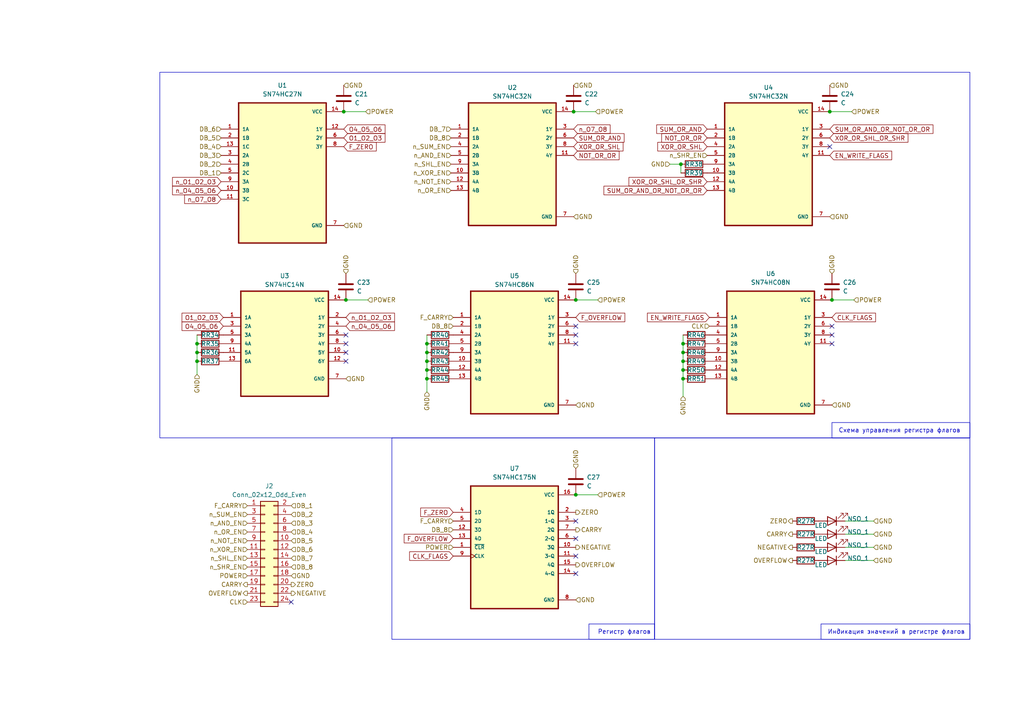
<source format=kicad_sch>
(kicad_sch (version 20230121) (generator eeschema)
  (paper "A4")
  (title_block (comment 1 "Схема электрическа принципиальная \\n Регист‏ра фалгов"))
  (lib_symbols
    (symbol "Connector_Generic:Conn_02x12_Odd_Even" (pin_names (offset 1.016) hide)
      (property "Reference" "J" (at 1.27 15.24 0))
      (property "Value" "Conn_02x12_Odd_Even" (at 1.27 -17.78 0))
      (symbol "Conn_02x12_Odd_Even_1_1"
        (rectangle (start -1.27 -15.113) (end 0 -15.367) (stroke (width 0.1524)))
        (rectangle (start -1.27 -12.573) (end 0 -12.827) (stroke (width 0.1524)))
        (rectangle (start -1.27 -10.033) (end 0 -10.287) (stroke (width 0.1524)))
        (rectangle (start -1.27 -7.493) (end 0 -7.747) (stroke (width 0.1524)))
        (rectangle (start -1.27 -4.953) (end 0 -5.207) (stroke (width 0.1524)))
        (rectangle (start -1.27 -2.413) (end 0 -2.667) (stroke (width 0.1524)))
        (rectangle (start -1.27 0.127) (end 0 -0.127) (stroke (width 0.1524)))
        (rectangle (start -1.27 2.667) (end 0 2.413) (stroke (width 0.1524)))
        (rectangle (start -1.27 5.207) (end 0 4.953) (stroke (width 0.1524)))
        (rectangle (start -1.27 7.747) (end 0 7.493) (stroke (width 0.1524)))
        (rectangle (start -1.27 10.287) (end 0 10.033) (stroke (width 0.1524)))
        (rectangle (start -1.27 12.827) (end 0 12.573) (stroke (width 0.1524)))
        (rectangle (start -1.27 13.97) (end 3.81 -16.51) (stroke (width 0.254)) (fill (type background)))
        (rectangle (start 3.81 -15.113) (end 2.54 -15.367) (stroke (width 0.1524)))
        (rectangle (start 3.81 -12.573) (end 2.54 -12.827) (stroke (width 0.1524)))
        (rectangle (start 3.81 -10.033) (end 2.54 -10.287) (stroke (width 0.1524)))
        (rectangle (start 3.81 -7.493) (end 2.54 -7.747) (stroke (width 0.1524)))
        (rectangle (start 3.81 -4.953) (end 2.54 -5.207) (stroke (width 0.1524)))
        (rectangle (start 3.81 -2.413) (end 2.54 -2.667) (stroke (width 0.1524)))
        (rectangle (start 3.81 0.127) (end 2.54 -0.127) (stroke (width 0.1524)))
        (rectangle (start 3.81 2.667) (end 2.54 2.413) (stroke (width 0.1524)))
        (rectangle (start 3.81 5.207) (end 2.54 4.953) (stroke (width 0.1524)))
        (rectangle (start 3.81 7.747) (end 2.54 7.493) (stroke (width 0.1524)))
        (rectangle (start 3.81 10.287) (end 2.54 10.033) (stroke (width 0.1524)))
        (rectangle (start 3.81 12.827) (end 2.54 12.573) (stroke (width 0.1524)))
        (pin passive line (at -5.08 12.7 0) (length 3.81) (name "Pin_1") (number "1"))
        (pin passive line (at 7.62 2.54 180) (length 3.81) (name "Pin_10") (number "10"))
        (pin passive line (at -5.08 0 0) (length 3.81) (name "Pin_11") (number "11"))
        (pin passive line (at 7.62 0 180) (length 3.81) (name "Pin_12") (number "12"))
        (pin passive line (at -5.08 -2.54 0) (length 3.81) (name "Pin_13") (number "13"))
        (pin passive line (at 7.62 -2.54 180) (length 3.81) (name "Pin_14") (number "14"))
        (pin passive line (at -5.08 -5.08 0) (length 3.81) (name "Pin_15") (number "15"))
        (pin passive line (at 7.62 -5.08 180) (length 3.81) (name "Pin_16") (number "16"))
        (pin passive line (at -5.08 -7.62 0) (length 3.81) (name "Pin_17") (number "17"))
        (pin passive line (at 7.62 -7.62 180) (length 3.81) (name "Pin_18") (number "18"))
        (pin passive line (at -5.08 -10.16 0) (length 3.81) (name "Pin_19") (number "19"))
        (pin passive line (at 7.62 12.7 180) (length 3.81) (name "Pin_2") (number "2"))
        (pin passive line (at 7.62 -10.16 180) (length 3.81) (name "Pin_20") (number "20"))
        (pin passive line (at -5.08 -12.7 0) (length 3.81) (name "Pin_21") (number "21"))
        (pin passive line (at 7.62 -12.7 180) (length 3.81) (name "Pin_22") (number "22"))
        (pin passive line (at -5.08 -15.24 0) (length 3.81) (name "Pin_23") (number "23"))
        (pin passive line (at 7.62 -15.24 180) (length 3.81) (name "Pin_24") (number "24"))
        (pin passive line (at -5.08 10.16 0) (length 3.81) (name "Pin_3") (number "3"))
        (pin passive line (at 7.62 10.16 180) (length 3.81) (name "Pin_4") (number "4"))
        (pin passive line (at -5.08 7.62 0) (length 3.81) (name "Pin_5") (number "5"))
        (pin passive line (at 7.62 7.62 180) (length 3.81) (name "Pin_6") (number "6"))
        (pin passive line (at -5.08 5.08 0) (length 3.81) (name "Pin_7") (number "7"))
        (pin passive line (at 7.62 5.08 180) (length 3.81) (name "Pin_8") (number "8"))
        (pin passive line (at -5.08 2.54 0) (length 3.81) (name "Pin_9") (number "9"))
      )
    )
    (symbol "Device:C" (pin_numbers hide) (pin_names (offset 0.254))
      (property "Reference" "C" (at 0.635 2.54 0))
      (property "Value" "C" (at 0.635 -2.54 0))
      (symbol "C_0_1"
        (polyline (pts (xy -2.032 -0.762) (xy 2.032 -0.762)) (stroke (width 0.508)))
        (polyline (pts (xy -2.032 0.762) (xy 2.032 0.762)) (stroke (width 0.508)))
      )
      (symbol "C_1_1"
        (pin passive line (at 0 3.81 270) (length 2.794) (name "~") (number "1"))
        (pin passive line (at 0 -3.81 90) (length 2.794) (name "~") (number "2"))
      )
    )
    (symbol "Device:LED" (pin_numbers hide) (pin_names (offset 1.016) hide)
      (property "Reference" "D" (at 0 2.54 0))
      (property "Value" "LED" (at 0 -2.54 0))
      (symbol "LED_0_1"
        (polyline (pts (xy -1.27 -1.27) (xy -1.27 1.27)) (stroke (width 0.254)))
        (polyline (pts (xy -1.27 0) (xy 1.27 0)))
        (polyline (pts (xy 1.27 -1.27) (xy 1.27 1.27) (xy -1.27 0) (xy 1.27 -1.27)) (stroke (width 0.254)))
        (polyline (pts (xy -3.048 -0.762) (xy -4.572 -2.286) (xy -3.81 -2.286) (xy -4.572 -2.286) (xy -4.572 -1.524)))
        (polyline (pts (xy -1.778 -0.762) (xy -3.302 -2.286) (xy -2.54 -2.286) (xy -3.302 -2.286) (xy -3.302 -1.524)))
      )
      (symbol "LED_1_1"
        (pin passive line (at -3.81 0 0) (length 2.54) (name "K") (number "1"))
        (pin passive line (at 3.81 0 180) (length 2.54) (name "A") (number "2"))
      )
    )
    (symbol "Device:R" (pin_numbers hide) (pin_names (offset 0))
      (property "Reference" "R" (at 2.032 0 90))
      (property "Value" "R" (at 0 0 90))
      (symbol "R_0_1"
        (rectangle (start -1.016 -2.54) (end 1.016 2.54) (stroke (width 0.254)))
      )
      (symbol "R_1_1"
        (pin passive line (at 0 3.81 270) (length 1.27) (name "~") (number "1"))
        (pin passive line (at 0 -3.81 90) (length 1.27) (name "~") (number "2"))
      )
    )
    (symbol "SN74HC08N:SN74HC08N" (pin_names (offset 1.016))
      (property "Reference" "U" (at -12.7 18.78 0))
      (property "Value" "SN74HC08N" (at -12.7 -21.78 0))
      (symbol "SN74HC08N_0_0"
        (rectangle (start -12.7 -17.78) (end 12.7 17.78) (stroke (width 0.41)) (fill (type background)))
        (pin input line (at -17.78 10.16 0) (length 5.08) (name "1A") (number "1"))
        (pin input line (at -17.78 -2.54 0) (length 5.08) (name "3B") (number "10"))
        (pin output line (at 17.78 2.54 180) (length 5.08) (name "4Y") (number "11"))
        (pin input line (at -17.78 -5.08 0) (length 5.08) (name "4A") (number "12"))
        (pin input line (at -17.78 -7.62 0) (length 5.08) (name "4B") (number "13"))
        (pin power_in line (at 17.78 15.24 180) (length 5.08) (name "VCC") (number "14"))
        (pin input line (at -17.78 7.62 0) (length 5.08) (name "1B") (number "2"))
        (pin output line (at 17.78 10.16 180) (length 5.08) (name "1Y") (number "3"))
        (pin input line (at -17.78 5.08 0) (length 5.08) (name "2A") (number "4"))
        (pin input line (at -17.78 2.54 0) (length 5.08) (name "2B") (number "5"))
        (pin output line (at 17.78 7.62 180) (length 5.08) (name "2Y") (number "6"))
        (pin power_in line (at 17.78 -15.24 180) (length 5.08) (name "GND") (number "7"))
        (pin output line (at 17.78 5.08 180) (length 5.08) (name "3Y") (number "8"))
        (pin input line (at -17.78 0 0) (length 5.08) (name "3A") (number "9"))
      )
    )
    (symbol "SN74HC14N:SN74HC14N" (pin_names (offset 1.016))
      (property "Reference" "U" (at -12.7 16.24 0))
      (property "Value" "SN74HC14N" (at -12.7 -19.24 0))
      (symbol "SN74HC14N_0_0"
        (rectangle (start -12.7 -15.24) (end 12.7 15.24) (stroke (width 0.41)) (fill (type background)))
        (pin input line (at -17.78 7.62 0) (length 5.08) (name "1A") (number "1"))
        (pin output line (at 17.78 -2.54 180) (length 5.08) (name "5Y") (number "10"))
        (pin input line (at -17.78 -2.54 0) (length 5.08) (name "5A") (number "11"))
        (pin output line (at 17.78 -5.08 180) (length 5.08) (name "6Y") (number "12"))
        (pin input line (at -17.78 -5.08 0) (length 5.08) (name "6A") (number "13"))
        (pin power_in line (at 17.78 12.7 180) (length 5.08) (name "VCC") (number "14"))
        (pin output line (at 17.78 7.62 180) (length 5.08) (name "1Y") (number "2"))
        (pin input line (at -17.78 5.08 0) (length 5.08) (name "2A") (number "3"))
        (pin output line (at 17.78 5.08 180) (length 5.08) (name "2Y") (number "4"))
        (pin input line (at -17.78 2.54 0) (length 5.08) (name "3A") (number "5"))
        (pin output line (at 17.78 2.54 180) (length 5.08) (name "3Y") (number "6"))
        (pin power_in line (at 17.78 -10.16 180) (length 5.08) (name "GND") (number "7"))
        (pin output line (at 17.78 0 180) (length 5.08) (name "4Y") (number "8"))
        (pin input line (at -17.78 0 0) (length 5.08) (name "4A") (number "9"))
      )
    )
    (symbol "SN74HC175N:SN74HC175N" (pin_names (offset 1.016))
      (property "Reference" "U" (at -12.7 18.78 0))
      (property "Value" "SN74HC175N" (at -12.7 -21.78 0))
      (symbol "SN74HC175N_0_0"
        (rectangle (start -12.7 -17.78) (end 12.7 17.78) (stroke (width 0.41)) (fill (type background)))
        (pin input line (at -17.78 0 0) (length 5.08) (name "~{CLR}") (number "1"))
        (pin output line (at 17.78 0 180) (length 5.08) (name "3Q") (number "10"))
        (pin output line (at 17.78 -2.54 180) (length 5.08) (name "3~Q") (number "11"))
        (pin input line (at -17.78 5.08 0) (length 5.08) (name "3D") (number "12"))
        (pin input line (at -17.78 2.54 0) (length 5.08) (name "4D") (number "13"))
        (pin output line (at 17.78 -7.62 180) (length 5.08) (name "4~Q") (number "14"))
        (pin output line (at 17.78 -5.08 180) (length 5.08) (name "4Q") (number "15"))
        (pin power_in line (at 17.78 15.24 180) (length 5.08) (name "VCC") (number "16"))
        (pin output line (at 17.78 10.16 180) (length 5.08) (name "1Q") (number "2"))
        (pin output line (at 17.78 7.62 180) (length 5.08) (name "1~Q") (number "3"))
        (pin input line (at -17.78 10.16 0) (length 5.08) (name "1D") (number "4"))
        (pin input line (at -17.78 7.62 0) (length 5.08) (name "2D") (number "5"))
        (pin output line (at 17.78 2.54 180) (length 5.08) (name "2~Q") (number "6"))
        (pin output line (at 17.78 5.08 180) (length 5.08) (name "2Q") (number "7"))
        (pin power_in line (at 17.78 -15.24 180) (length 5.08) (name "GND") (number "8"))
        (pin input clock (at -17.78 -2.54 0) (length 5.08) (name "CLK") (number "9"))
      )
    )
    (symbol "SN74HC27N:SN74HC27N" (pin_names (offset 1.016))
      (property "Reference" "U" (at -12.7 21.32 0))
      (property "Value" "SN74HC27N" (at -12.7 -24.32 0))
      (symbol "SN74HC27N_0_0"
        (rectangle (start -12.7 -20.32) (end 12.7 20.32) (stroke (width 0.41)) (fill (type background)))
        (pin input line (at -17.78 12.7 0) (length 5.08) (name "1A") (number "1"))
        (pin input line (at -17.78 -5.08 0) (length 5.08) (name "3B") (number "10"))
        (pin input line (at -17.78 -7.62 0) (length 5.08) (name "3C") (number "11"))
        (pin output line (at 17.78 12.7 180) (length 5.08) (name "1Y") (number "12"))
        (pin input line (at -17.78 7.62 0) (length 5.08) (name "1C") (number "13"))
        (pin power_in line (at 17.78 17.78 180) (length 5.08) (name "VCC") (number "14"))
        (pin input line (at -17.78 10.16 0) (length 5.08) (name "1B") (number "2"))
        (pin input line (at -17.78 5.08 0) (length 5.08) (name "2A") (number "3"))
        (pin input line (at -17.78 2.54 0) (length 5.08) (name "2B") (number "4"))
        (pin input line (at -17.78 0 0) (length 5.08) (name "2C") (number "5"))
        (pin output line (at 17.78 10.16 180) (length 5.08) (name "2Y") (number "6"))
        (pin power_in line (at 17.78 -15.24 180) (length 5.08) (name "GND") (number "7"))
        (pin output line (at 17.78 7.62 180) (length 5.08) (name "3Y") (number "8"))
        (pin input line (at -17.78 -2.54 0) (length 5.08) (name "3A") (number "9"))
      )
    )
    (symbol "SN74HC32N:SN74HC32N" (pin_names (offset 1.016))
      (property "Reference" "U" (at -12.7 18.78 0))
      (property "Value" "SN74HC32N" (at -12.7 -21.78 0))
      (symbol "SN74HC32N_0_0"
        (rectangle (start -12.7 -17.78) (end 12.7 17.78) (stroke (width 0.41)) (fill (type background)))
        (pin input line (at -17.78 10.16 0) (length 5.08) (name "1A") (number "1"))
        (pin input line (at -17.78 -2.54 0) (length 5.08) (name "3B") (number "10"))
        (pin output line (at 17.78 2.54 180) (length 5.08) (name "4Y") (number "11"))
        (pin input line (at -17.78 -5.08 0) (length 5.08) (name "4A") (number "12"))
        (pin input line (at -17.78 -7.62 0) (length 5.08) (name "4B") (number "13"))
        (pin power_in line (at 17.78 15.24 180) (length 5.08) (name "VCC") (number "14"))
        (pin input line (at -17.78 7.62 0) (length 5.08) (name "1B") (number "2"))
        (pin output line (at 17.78 10.16 180) (length 5.08) (name "1Y") (number "3"))
        (pin input line (at -17.78 5.08 0) (length 5.08) (name "2A") (number "4"))
        (pin input line (at -17.78 2.54 0) (length 5.08) (name "2B") (number "5"))
        (pin output line (at 17.78 7.62 180) (length 5.08) (name "2Y") (number "6"))
        (pin power_in line (at 17.78 -15.24 180) (length 5.08) (name "GND") (number "7"))
        (pin output line (at 17.78 5.08 180) (length 5.08) (name "3Y") (number "8"))
        (pin input line (at -17.78 0 0) (length 5.08) (name "3A") (number "9"))
      )
    )
    (symbol "SN74HC86N:SN74HC86N" (pin_names (offset 1.016))
      (property "Reference" "U" (at -12.7 18.78 0))
      (property "Value" "SN74HC86N" (at -12.7 -21.78 0))
      (symbol "SN74HC86N_0_0"
        (rectangle (start -12.7 -17.78) (end 12.7 17.78) (stroke (width 0.41)) (fill (type background)))
        (pin input line (at -17.78 10.16 0) (length 5.08) (name "1A") (number "1"))
        (pin input line (at -17.78 -2.54 0) (length 5.08) (name "3B") (number "10"))
        (pin output line (at 17.78 2.54 180) (length 5.08) (name "4Y") (number "11"))
        (pin input line (at -17.78 -5.08 0) (length 5.08) (name "4A") (number "12"))
        (pin input line (at -17.78 -7.62 0) (length 5.08) (name "4B") (number "13"))
        (pin power_in line (at 17.78 15.24 180) (length 5.08) (name "VCC") (number "14"))
        (pin input line (at -17.78 7.62 0) (length 5.08) (name "1B") (number "2"))
        (pin output line (at 17.78 10.16 180) (length 5.08) (name "1Y") (number "3"))
        (pin input line (at -17.78 5.08 0) (length 5.08) (name "2A") (number "4"))
        (pin input line (at -17.78 2.54 0) (length 5.08) (name "2B") (number "5"))
        (pin output line (at 17.78 7.62 180) (length 5.08) (name "2Y") (number "6"))
        (pin power_in line (at 17.78 -15.24 180) (length 5.08) (name "GND") (number "7"))
        (pin output line (at 17.78 5.08 180) (length 5.08) (name "3Y") (number "8"))
        (pin input line (at -17.78 0 0) (length 5.08) (name "3A") (number "9"))
      )
    )
  )
  (junction (at 198.12 104.775))
  (junction (at 57.15 104.775))
  (junction (at 57.15 102.235))
  (junction (at 99.695 32.385))
  (junction (at 198.12 102.235))
  (junction (at 198.12 107.315))
  (junction (at 167.005 143.51))
  (junction (at 198.12 109.855))
  (junction (at 167.005 86.995))
  (junction (at 198.12 99.695))
  (junction (at 57.15 99.695))
  (junction (at 123.825 102.235))
  (junction (at 166.37 32.385))
  (junction (at 241.3 86.995))
  (junction (at 197.485 47.625))
  (junction (at 240.665 32.385))
  (junction (at 100.33 86.995))
  (junction (at 123.825 109.855))
  (junction (at 123.825 104.775))
  (junction (at 123.825 107.315))
  (junction (at 123.825 99.695))
  (no_connect (at 240.665 42.545))
  (no_connect (at 167.005 99.695))
  (no_connect (at 167.005 94.615))
  (no_connect (at 167.005 156.21))
  (no_connect (at 167.005 97.155))
  (no_connect (at 241.3 97.155))
  (no_connect (at 100.33 99.695))
  (no_connect (at 100.33 102.235))
  (no_connect (at 167.005 151.13))
  (no_connect (at 241.3 94.615))
  (no_connect (at 167.005 166.37))
  (no_connect (at 241.3 99.695))
  (no_connect (at 100.33 104.775))
  (no_connect (at 167.005 161.29))
  (no_connect (at 84.455 174.625))
  (no_connect (at 100.33 97.155))
  (wire (pts (xy 198.12 107.315) (xy 198.12 109.855)))
  (wire (pts (xy 245.11 154.94) (xy 253.365 154.94)))
  (wire (pts (xy 57.15 104.775) (xy 57.15 108.585)))
  (wire (pts (xy 198.12 109.855) (xy 198.12 114.935)))
  (wire (pts (xy 99.695 32.385) (xy 106.045 32.385)))
  (wire (pts (xy 167.005 86.995) (xy 173.355 86.995)))
  (wire (pts (xy 198.12 102.235) (xy 198.12 104.775)))
  (wire (pts (xy 123.825 99.695) (xy 123.825 102.235)))
  (wire (pts (xy 57.15 102.235) (xy 57.15 104.775)))
  (wire (pts (xy 123.825 102.235) (xy 123.825 104.775)))
  (wire (pts (xy 245.11 158.75) (xy 253.365 158.75)))
  (wire (pts (xy 194.31 47.625) (xy 197.485 47.625)))
  (wire (pts (xy 198.12 104.775) (xy 198.12 107.315)))
  (wire (pts (xy 123.825 107.315) (xy 123.825 109.855)))
  (wire (pts (xy 245.11 162.56) (xy 253.365 162.56)))
  (wire (pts (xy 123.825 104.775) (xy 123.825 107.315)))
  (wire (pts (xy 166.37 32.385) (xy 172.72 32.385)))
  (wire (pts (xy 100.33 86.995) (xy 106.68 86.995)))
  (wire (pts (xy 197.485 47.625) (xy 197.485 50.165)))
  (wire (pts (xy 245.11 151.13) (xy 253.365 151.13)))
  (wire (pts (xy 57.15 97.155) (xy 57.15 99.695)))
  (wire (pts (xy 57.15 99.695) (xy 57.15 102.235)))
  (wire (pts (xy 240.665 32.385) (xy 247.015 32.385)))
  (wire (pts (xy 123.825 109.855) (xy 123.825 113.665)))
  (wire (pts (xy 123.825 97.155) (xy 123.825 99.695)))
  (wire (pts (xy 198.12 99.695) (xy 198.12 102.235)))
  (wire (pts (xy 167.005 143.51) (xy 173.355 143.51)))
  (wire (pts (xy 241.3 86.995) (xy 247.65 86.995)))
  (wire (pts (xy 198.12 97.155) (xy 198.12 99.695)))
  (rectangle (start 113.665 127) (end 189.865 185.42))
  (rectangle (start 170.815 180.975) (end 189.865 185.42))
  (rectangle (start 241.3 122.555) (end 281.305 127))
  (rectangle (start 46.355 20.955) (end 281.305 127))
  (rectangle (start 238.125 180.975) (end 281.305 185.42))
  (rectangle (start 189.865 127) (end 281.305 185.42))
  (text "Схема управления регистра флагов" (at 243.205 125.73 0) (effects (font (size 1.27 1.27)) (justify left bottom)))
  (text "Регистр флагов\n" (at 173.355 184.15 0) (effects (font (size 1.27 1.27)) (justify left bottom)))
  (text "Индикация значений в регистре флагов\n" (at 240.03 184.15 0) (effects (font (size 1.27 1.27)) (justify left bottom)))
  (global_label "F_ZERO" (shape input) (at 99.695 42.545 0) (property "Intersheetrefs" "${INTERSHEET_REFS}" (effects hide)))
  (global_label "NOT_OR_OR" (shape input) (at 166.37 45.085 0) (property "Intersheetrefs" "${INTERSHEET_REFS}" (effects hide)))
  (global_label "EN_WRITE_FLAGS" (shape input) (at 240.665 45.085 0) (property "Intersheetrefs" "${INTERSHEET_REFS}" (effects hide)))
  (global_label "F_ZERO" (shape input) (at 131.445 148.59 180) (property "Intersheetrefs" "${INTERSHEET_REFS}" (effects hide)))
  (global_label "O1_O2_O3" (shape input) (at 99.695 40.005 0) (property "Intersheetrefs" "${INTERSHEET_REFS}" (effects hide)))
  (global_label "O4_O5_O6" (shape input) (at 64.77 94.615 180) (property "Intersheetrefs" "${INTERSHEET_REFS}" (effects hide)))
  (global_label "n_O4_O5_O6" (shape input) (at 64.135 55.245 180) (property "Intersheetrefs" "${INTERSHEET_REFS}" (effects hide)))
  (global_label "CLK_FLAGS" (shape input) (at 131.445 161.29 180) (property "Intersheetrefs" "${INTERSHEET_REFS}" (effects hide)))
  (global_label "n_O1_O2_O3" (shape input) (at 100.33 92.075 0) (property "Intersheetrefs" "${INTERSHEET_REFS}" (effects hide)))
  (global_label "n_O7_O8" (shape input) (at 166.37 37.465 0) (property "Intersheetrefs" "${INTERSHEET_REFS}" (effects hide)))
  (global_label "CLK_FLAGS" (shape input) (at 241.3 92.075 0) (property "Intersheetrefs" "${INTERSHEET_REFS}" (effects hide)))
  (global_label "NOT_OR_OR" (shape input) (at 205.105 40.005 180) (property "Intersheetrefs" "${INTERSHEET_REFS}" (effects hide)))
  (global_label "XOR_OR_SHL_OR_SHR" (shape input) (at 205.105 52.705 180) (property "Intersheetrefs" "${INTERSHEET_REFS}" (effects hide)))
  (global_label "SUM_OR_AND_OR_NOT_OR_OR" (shape input) (at 240.665 37.465 0) (property "Intersheetrefs" "${INTERSHEET_REFS}" (effects hide)))
  (global_label "n_O1_O2_O3" (shape input) (at 64.135 52.705 180) (property "Intersheetrefs" "${INTERSHEET_REFS}" (effects hide)))
  (global_label "O1_O2_O3" (shape input) (at 64.77 92.075 180) (property "Intersheetrefs" "${INTERSHEET_REFS}" (effects hide)))
  (global_label "O4_O5_O6" (shape input) (at 99.695 37.465 0) (property "Intersheetrefs" "${INTERSHEET_REFS}" (effects hide)))
  (global_label "SUM_OR_AND_OR_NOT_OR_OR" (shape input) (at 205.105 55.245 180) (property "Intersheetrefs" "${INTERSHEET_REFS}" (effects hide)))
  (global_label "n_O7_O8" (shape input) (at 64.135 57.785 180) (property "Intersheetrefs" "${INTERSHEET_REFS}" (effects hide)))
  (global_label "EN_WRITE_FLAGS" (shape input) (at 205.74 92.075 180) (property "Intersheetrefs" "${INTERSHEET_REFS}" (effects hide)))
  (global_label "SUM_OR_AND" (shape input) (at 205.105 37.465 180) (property "Intersheetrefs" "${INTERSHEET_REFS}" (effects hide)))
  (global_label "XOR_OR_SHL" (shape input) (at 205.105 42.545 180) (property "Intersheetrefs" "${INTERSHEET_REFS}" (effects hide)))
  (global_label "F_OVERFLOW" (shape input) (at 131.445 156.21 180) (property "Intersheetrefs" "${INTERSHEET_REFS}" (effects hide)))
  (global_label "n_O4_O5_O6" (shape input) (at 100.33 94.615 0) (property "Intersheetrefs" "${INTERSHEET_REFS}" (effects hide)))
  (global_label "SUM_OR_AND" (shape input) (at 166.37 40.005 0) (property "Intersheetrefs" "${INTERSHEET_REFS}" (effects hide)))
  (global_label "XOR_OR_SHL" (shape input) (at 166.37 42.545 0) (property "Intersheetrefs" "${INTERSHEET_REFS}" (effects hide)))
  (global_label "XOR_OR_SHL_OR_SHR" (shape input) (at 240.665 40.005 0) (property "Intersheetrefs" "${INTERSHEET_REFS}" (effects hide)))
  (global_label "F_OVERFLOW" (shape input) (at 167.005 92.075 0) (property "Intersheetrefs" "${INTERSHEET_REFS}" (effects hide)))
  (hierarchical_label "F_CARRY" (shape input) (at 71.755 146.685 180))
  (hierarchical_label "DB_5" (shape input) (at 64.135 40.005 180))
  (hierarchical_label "GND" (shape input) (at 240.665 24.765 0))
  (hierarchical_label "n_XOR_EN" (shape input) (at 130.81 50.165 180))
  (hierarchical_label "GND" (shape input) (at 253.365 151.13 0))
  (hierarchical_label "GND" (shape input) (at 123.825 113.665 270))
  (hierarchical_label "CLK" (shape input) (at 71.755 174.625 180))
  (hierarchical_label "n_NOT_EN" (shape input) (at 130.81 52.705 180))
  (hierarchical_label "n_SHR_EN" (shape input) (at 71.755 164.465 180))
  (hierarchical_label "GND" (shape input) (at 253.365 158.75 0))
  (hierarchical_label "GND" (shape input) (at 84.455 167.005 0))
  (hierarchical_label "GND" (shape input) (at 167.005 117.475 0))
  (hierarchical_label "GND" (shape input) (at 240.665 62.865 0))
  (hierarchical_label "DB_6" (shape input) (at 84.455 159.385 0))
  (hierarchical_label "DB_4" (shape input) (at 84.455 154.305 0))
  (hierarchical_label "POWER" (shape input) (at 172.72 32.385 0))
  (hierarchical_label "n_OR_EN" (shape input) (at 71.755 154.305 180))
  (hierarchical_label "n_OR_EN" (shape input) (at 130.81 55.245 180))
  (hierarchical_label "NEGATIVE" (shape output) (at 229.87 158.75 180))
  (hierarchical_label "CARRY" (shape output) (at 71.755 169.545 180))
  (hierarchical_label "DB_4" (shape input) (at 64.135 42.545 180))
  (hierarchical_label "GND" (shape input) (at 166.37 62.865 0))
  (hierarchical_label "POWER" (shape input) (at 131.445 158.75 180))
  (hierarchical_label "POWER" (shape input) (at 173.355 143.51 0))
  (hierarchical_label "GND" (shape input) (at 57.15 108.585 270))
  (hierarchical_label "F_CARRY" (shape input) (at 131.445 92.075 180))
  (hierarchical_label "GND" (shape input) (at 253.365 162.56 0))
  (hierarchical_label "DB_3" (shape input) (at 64.135 45.085 180))
  (hierarchical_label "GND" (shape input) (at 194.31 47.625 180))
  (hierarchical_label "POWER" (shape input) (at 106.68 86.995 0))
  (hierarchical_label "GND" (shape input) (at 99.695 24.765 0))
  (hierarchical_label "DB_1" (shape input) (at 84.455 146.685 0))
  (hierarchical_label "n_AND_EN" (shape input) (at 71.755 151.765 180))
  (hierarchical_label "F_CARRY" (shape input) (at 131.445 151.13 180))
  (hierarchical_label "OVERFLOW" (shape output) (at 71.755 172.085 180))
  (hierarchical_label "CARRY" (shape output) (at 167.005 153.67 0))
  (hierarchical_label "POWER" (shape input) (at 106.045 32.385 0))
  (hierarchical_label "DB_6" (shape input) (at 64.135 37.465 180))
  (hierarchical_label "GND" (shape input) (at 100.33 109.855 0))
  (hierarchical_label "POWER" (shape input) (at 247.65 86.995 0))
  (hierarchical_label "GND" (shape input) (at 167.005 79.375 90))
  (hierarchical_label "DB_7" (shape input) (at 84.455 161.925 0))
  (hierarchical_label "CARRY" (shape output) (at 229.87 154.94 180))
  (hierarchical_label "n_AND_EN" (shape input) (at 130.81 45.085 180))
  (hierarchical_label "DB_2" (shape input) (at 84.455 149.225 0))
  (hierarchical_label "n_NOT_EN" (shape input) (at 71.755 156.845 180))
  (hierarchical_label "n_SHL_EN" (shape input) (at 130.81 47.625 180))
  (hierarchical_label "ZERO" (shape output) (at 229.87 151.13 180))
  (hierarchical_label "GND" (shape input) (at 253.365 154.94 0))
  (hierarchical_label "DB_8" (shape input) (at 130.81 40.005 180))
  (hierarchical_label "POWER" (shape input) (at 247.015 32.385 0))
  (hierarchical_label "GND" (shape input) (at 166.37 24.765 0))
  (hierarchical_label "NEGATIVE" (shape output) (at 84.455 172.085 0))
  (hierarchical_label "DB_5" (shape input) (at 84.455 156.845 0))
  (hierarchical_label "GND" (shape input) (at 167.005 135.89 90))
  (hierarchical_label "DB_8" (shape input) (at 84.455 164.465 0))
  (hierarchical_label "NEGATIVE" (shape output) (at 167.005 158.75 0))
  (hierarchical_label "DB_2" (shape input) (at 64.135 47.625 180))
  (hierarchical_label "POWER" (shape input) (at 173.355 86.995 0))
  (hierarchical_label "DB_8" (shape input) (at 131.445 153.67 180))
  (hierarchical_label "GND" (shape input) (at 198.12 114.935 270))
  (hierarchical_label "DB_1" (shape input) (at 64.135 50.165 180))
  (hierarchical_label "n_SUM_EN" (shape input) (at 71.755 149.225 180))
  (hierarchical_label "OVERFLOW" (shape output) (at 167.005 163.83 0))
  (hierarchical_label "DB_8" (shape input) (at 131.445 94.615 180))
  (hierarchical_label "POWER" (shape input) (at 71.755 167.005 180))
  (hierarchical_label "n_SHL_EN" (shape input) (at 71.755 161.925 180))
  (hierarchical_label "CLK" (shape input) (at 205.74 94.615 180))
  (hierarchical_label "ZERO" (shape output) (at 167.005 148.59 0))
  (hierarchical_label "DB_3" (shape input) (at 84.455 151.765 0))
  (hierarchical_label "GND" (shape input) (at 241.3 79.375 90))
  (hierarchical_label "GND" (shape input) (at 100.33 79.375 90))
  (hierarchical_label "n_SHR_EN" (shape input) (at 205.105 45.085 180))
  (hierarchical_label "GND" (shape input) (at 99.695 65.405 0))
  (hierarchical_label "GND" (shape input) (at 241.3 117.475 0))
  (hierarchical_label "ZERO" (shape output) (at 84.455 169.545 0))
  (hierarchical_label "n_SUM_EN" (shape input) (at 130.81 42.545 180))
  (hierarchical_label "OVERFLOW" (shape output) (at 229.87 162.56 180))
  (hierarchical_label "n_XOR_EN" (shape input) (at 71.755 159.385 180))
  (hierarchical_label "GND" (shape input) (at 167.005 173.99 0))
  (hierarchical_label "DB_7" (shape input) (at 130.81 37.465 180))
  (symbol (lib_id "Device:R") (at 201.295 47.625 90) (unit 1)
    (property "Reference" "R38" (at 201.93 47.625 90))
    (property "Value" "R" (at 199.39 47.625 90))
  )
  (symbol (lib_id "Device:R") (at 127.635 97.155 90) (unit 1)
    (property "Reference" "R40" (at 128.27 97.155 90))
    (property "Value" "R" (at 125.73 97.155 90))
  )
  (symbol (lib_id "Device:C") (at 167.005 139.7 0) (unit 1)
    (property "Reference" "C27" (at 170.18 138.43 0) (effects (justify left)))
    (property "Value" "C" (at 170.18 140.97 0) (effects (justify left)))
  )
  (symbol (lib_id "SN74HC27N:SN74HC27N") (at 81.915 50.165 0) (unit 1)
    (property "Reference" "U1" (at 81.915 24.765 0))
    (property "Value" "SN74HC27N" (at 81.915 27.305 0))
    (property "Footprint" "SN74HC27N:DIP794W45P254L1969H508Q14" (effects hide))
    (property "MF" "Texas Instruments" (effects hide))
    (property "Description" "\n3-ch, 3-input, 2-V to 6-V NOR gates\n" (effects hide))
    (property "Package" "PDIP-14 Texas Instruments" (effects hide))
    (property "Price" "None" (effects hide))
    (property "SnapEDA_Link" "https://www.snapeda.com/parts/SN74HC27N/Texas+Instruments/view-part/?ref=snap" (effects hide))
    (property "MP" "SN74HC27N" (effects hide))
    (property "Purchase-URL" "https://www.snapeda.com/api/url_track_click_mouser/?unipart_id=387679&manufacturer=Texas Instruments&part_name=SN74HC27N&search_term=sn74hc27" (effects hide))
    (property "Availability" "In Stock" (effects hide))
    (property "Check_prices" "https://www.snapeda.com/parts/SN74HC27N/Texas+Instruments/view-part/?ref=eda" (effects hide))
  )
  (symbol (lib_id "SN74HC175N:SN74HC175N") (at 149.225 158.75 0) (unit 1)
    (property "Reference" "U7" (at 149.225 135.89 0))
    (property "Value" "SN74HC175N" (at 149.225 138.43 0))
    (property "Footprint" "SN74HC175N:DIP794W45P254L1969H508Q16" (effects hide))
    (property "MF" "Texas Instruments" (effects hide))
    (property "Description" "\nQuadruple D-Type Flip-Flops With Clear\n" (effects hide))
    (property "Package" "PDIP-16 Texas Instruments" (effects hide))
    (property "Price" "None" (effects hide))
    (property "SnapEDA_Link" "https://www.snapeda.com/parts/SN74HC175N/Texas+Instruments/view-part/?ref=snap" (effects hide))
    (property "MP" "SN74HC175N" (effects hide))
    (property "Purchase-URL" "https://www.snapeda.com/api/url_track_click_mouser/?unipart_id=426294&manufacturer=Texas Instruments&part_name=SN74HC175N&search_term=sn74hc175" (effects hide))
    (property "Availability" "In Stock" (effects hide))
    (property "Check_prices" "https://www.snapeda.com/parts/SN74HC175N/Texas+Instruments/view-part/?ref=eda" (effects hide))
  )
  (symbol (lib_id "Device:R") (at 60.96 99.695 90) (unit 1)
    (property "Reference" "R35" (at 61.595 99.695 90))
    (property "Value" "R" (at 59.055 99.695 90))
  )
  (symbol (lib_id "Device:R") (at 127.635 99.695 90) (unit 1)
    (property "Reference" "R41" (at 128.27 99.695 90))
    (property "Value" "R" (at 125.73 99.695 90))
  )
  (symbol (lib_id "Device:R") (at 201.93 104.775 90) (unit 1)
    (property "Reference" "R49" (at 202.565 104.775 90))
    (property "Value" "R" (at 200.025 104.775 90))
  )
  (symbol (lib_id "Device:C") (at 99.695 28.575 0) (unit 1)
    (property "Reference" "C21" (at 102.87 27.305 0) (effects (justify left)))
    (property "Value" "C" (at 102.87 29.845 0) (effects (justify left)))
  )
  (symbol (lib_id "SN74HC32N:SN74HC32N") (at 222.885 47.625 0) (unit 1)
    (property "Reference" "U4" (at 222.885 25.4 0))
    (property "Value" "SN74HC32N" (at 222.885 27.94 0))
    (property "Footprint" "SN74HC32N:DIP794W45P254L1969H508Q14" (effects hide))
    (property "MF" "Texas Instruments" (effects hide))
    (property "Description" "\n4-ch, 2-input, 2-V to 6-V OR gates\n" (effects hide))
    (property "Package" "PDIP-14 Texas Instruments" (effects hide))
    (property "Price" "None" (effects hide))
    (property "SnapEDA_Link" "https://www.snapeda.com/parts/SN74HC32N/Texas+Instruments/view-part/?ref=snap" (effects hide))
    (property "MP" "SN74HC32N" (effects hide))
    (property "Purchase-URL" "https://www.snapeda.com/api/url_track_click_mouser/?unipart_id=214096&manufacturer=Texas Instruments&part_name=SN74HC32N&search_term=sn74hc32" (effects hide))
    (property "Availability" "In Stock" (effects hide))
    (property "Check_prices" "https://www.snapeda.com/parts/SN74HC32N/Texas+Instruments/view-part/?ref=eda" (effects hide))
  )
  (symbol (lib_id "Device:R") (at 233.68 154.94 90) (unit 1)
    (property "Reference" "R27" (at 233.045 154.94 90))
    (property "Value" "R" (at 235.585 154.94 90))
    (property "Footprint" "Resistor_THT:R_Axial_DIN0207_L6.3mm_D2.5mm_P5.08mm_Vertical" (effects hide))
    (instances (project "FULL_PC" (path "" (reference "R27") (unit 1)) (path "" (reference "R53") (unit 1))))
  )
  (symbol (lib_id "Device:R") (at 201.93 102.235 90) (unit 1)
    (property "Reference" "R48" (at 202.565 102.235 90))
    (property "Value" "R" (at 200.025 102.235 90))
  )
  (symbol (lib_id "SN74HC14N:SN74HC14N") (at 82.55 99.695 0) (unit 1)
    (property "Reference" "U3" (at 82.55 80.01 0))
    (property "Value" "SN74HC14N" (at 82.55 82.55 0))
    (property "Footprint" "SN74HC14N:DIP794W45P254L1969H508Q14" (effects hide))
    (property "MF" "Texas Instruments" (effects hide))
    (property "Description" "\n6-ch, 2-V to 6-V inverters with Schmitt-Trigger inputs\n" (effects hide))
    (property "Package" "PDIP-14 Texas Instruments" (effects hide))
    (property "Price" "None" (effects hide))
    (property "SnapEDA_Link" "https://www.snapeda.com/parts/SN74HC14N/Texas+Instruments/view-part/?ref=snap" (effects hide))
    (property "MP" "SN74HC14N" (effects hide))
    (property "Purchase-URL" "https://www.snapeda.com/api/url_track_click_mouser/?unipart_id=45696&manufacturer=Texas Instruments&part_name=SN74HC14N&search_term=sn74hc14" (effects hide))
    (property "Availability" "In Stock" (effects hide))
    (property "Check_prices" "https://www.snapeda.com/parts/SN74HC14N/Texas+Instruments/view-part/?ref=eda" (effects hide))
  )
  (symbol (lib_id "Device:R") (at 201.295 50.165 90) (unit 1)
    (property "Reference" "R39" (at 201.93 50.165 90))
    (property "Value" "R" (at 199.39 50.165 90))
  )
  (symbol (lib_id "Device:R") (at 60.96 97.155 90) (unit 1)
    (property "Reference" "R34" (at 61.595 97.155 90))
    (property "Value" "R" (at 59.055 97.155 90))
  )
  (symbol (lib_id "Device:R") (at 60.96 102.235 90) (unit 1)
    (property "Reference" "R36" (at 61.595 102.235 90))
    (property "Value" "R" (at 59.055 102.235 90))
  )
  (symbol (lib_id "SN74HC86N:SN74HC86N") (at 149.225 102.235 0) (unit 1)
    (property "Reference" "U5" (at 149.225 80.01 0))
    (property "Value" "SN74HC86N" (at 149.225 82.55 0))
    (property "Footprint" "SN74HC86N:DIP794W45P254L1969H508Q14" (effects hide))
    (property "MF" "Texas Instruments" (effects hide))
    (property "Description" "\n4-ch, 2-input, 2-V to 6-V XOR (exclusive OR) gates\n" (effects hide))
    (property "Package" "PDIP-14 Texas Instruments" (effects hide))
    (property "Price" "None" (effects hide))
    (property "SnapEDA_Link" "https://www.snapeda.com/parts/SN74HC86N/Texas+Instruments/view-part/?ref=snap" (effects hide))
    (property "MP" "SN74HC86N" (effects hide))
    (property "Purchase-URL" "https://www.snapeda.com/api/url_track_click_mouser/?unipart_id=236147&manufacturer=Texas Instruments&part_name=SN74HC86N&search_term=sn74hc86" (effects hide))
    (property "Availability" "In Stock" (effects hide))
    (property "Check_prices" "https://www.snapeda.com/parts/SN74HC86N/Texas+Instruments/view-part/?ref=eda" (effects hide))
  )
  (symbol (lib_id "Device:LED") (at 241.3 151.13 180) (unit 1)
    (property "Reference" "NSO_1" (at 248.92 150.495 0))
    (property "Value" "LED" (at 238.125 152.4 0))
    (property "Footprint" "LED_THT:LED_D3.0mm" (effects hide))
    (instances (project "FULL_PC" (path "" (reference "NSO_1") (unit 1)) (path "" (reference "RF_1") (unit 1))))
  )
  (symbol (lib_id "Device:R") (at 233.68 162.56 90) (unit 1)
    (property "Reference" "R27" (at 233.045 162.56 90))
    (property "Value" "R" (at 235.585 162.56 90))
    (property "Footprint" "Resistor_THT:R_Axial_DIN0207_L6.3mm_D2.5mm_P5.08mm_Vertical" (effects hide))
    (instances (project "FULL_PC" (path "" (reference "R27") (unit 1)) (path "" (reference "R55") (unit 1))))
  )
  (symbol (lib_id "Device:LED") (at 241.3 162.56 180) (unit 1)
    (property "Reference" "NSO_1" (at 248.92 161.925 0))
    (property "Value" "LED" (at 238.125 163.83 0))
    (property "Footprint" "LED_THT:LED_D3.0mm" (effects hide))
    (instances (project "FULL_PC" (path "" (reference "NSO_1") (unit 1)) (path "" (reference "RF_4") (unit 1))))
  )
  (symbol (lib_id "Device:R") (at 127.635 102.235 90) (unit 1)
    (property "Reference" "R42" (at 128.27 102.235 90))
    (property "Value" "R" (at 125.73 102.235 90))
  )
  (symbol (lib_id "Device:C") (at 241.3 83.185 0) (unit 1)
    (property "Reference" "C26" (at 244.475 81.915 0) (effects (justify left)))
    (property "Value" "C" (at 244.475 84.455 0) (effects (justify left)))
  )
  (symbol (lib_id "Device:R") (at 127.635 109.855 90) (unit 1)
    (property "Reference" "R45" (at 128.27 109.855 90))
    (property "Value" "R" (at 125.73 109.855 90))
  )
  (symbol (lib_id "Device:R") (at 201.93 99.695 90) (unit 1)
    (property "Reference" "R47" (at 202.565 99.695 90))
    (property "Value" "R" (at 200.025 99.695 90))
  )
  (symbol (lib_id "SN74HC32N:SN74HC32N") (at 148.59 47.625 0) (unit 1)
    (property "Reference" "U2" (at 148.59 25.4 0))
    (property "Value" "SN74HC32N" (at 148.59 27.94 0))
    (property "Footprint" "SN74HC32N:DIP794W45P254L1969H508Q14" (effects hide))
    (property "MF" "Texas Instruments" (effects hide))
    (property "Description" "\n4-ch, 2-input, 2-V to 6-V OR gates\n" (effects hide))
    (property "Package" "PDIP-14 Texas Instruments" (effects hide))
    (property "Price" "None" (effects hide))
    (property "SnapEDA_Link" "https://www.snapeda.com/parts/SN74HC32N/Texas+Instruments/view-part/?ref=snap" (effects hide))
    (property "MP" "SN74HC32N" (effects hide))
    (property "Purchase-URL" "https://www.snapeda.com/api/url_track_click_mouser/?unipart_id=214096&manufacturer=Texas Instruments&part_name=SN74HC32N&search_term=sn74hc32" (effects hide))
    (property "Availability" "In Stock" (effects hide))
    (property "Check_prices" "https://www.snapeda.com/parts/SN74HC32N/Texas+Instruments/view-part/?ref=eda" (effects hide))
  )
  (symbol (lib_id "Device:C") (at 166.37 28.575 0) (unit 1)
    (property "Reference" "C22" (at 169.545 27.305 0) (effects (justify left)))
    (property "Value" "C" (at 169.545 29.845 0) (effects (justify left)))
  )
  (symbol (lib_id "Device:R") (at 127.635 104.775 90) (unit 1)
    (property "Reference" "R43" (at 128.27 104.775 90))
    (property "Value" "R" (at 125.73 104.775 90))
  )
  (symbol (lib_id "Device:R") (at 233.68 151.13 90) (unit 1)
    (property "Reference" "R27" (at 233.045 151.13 90))
    (property "Value" "R" (at 235.585 151.13 90))
    (property "Footprint" "Resistor_THT:R_Axial_DIN0207_L6.3mm_D2.5mm_P5.08mm_Vertical" (effects hide))
    (instances (project "FULL_PC" (path "" (reference "R27") (unit 1)) (path "" (reference "R52") (unit 1))))
  )
  (symbol (lib_id "Device:R") (at 60.96 104.775 90) (unit 1)
    (property "Reference" "R37" (at 61.595 104.775 90))
    (property "Value" "R" (at 59.055 104.775 90))
  )
  (symbol (lib_id "Device:R") (at 233.68 158.75 90) (unit 1)
    (property "Reference" "R27" (at 233.045 158.75 90))
    (property "Value" "R" (at 235.585 158.75 90))
    (property "Footprint" "Resistor_THT:R_Axial_DIN0207_L6.3mm_D2.5mm_P5.08mm_Vertical" (effects hide))
    (instances (project "FULL_PC" (path "" (reference "R27") (unit 1)) (path "" (reference "R54") (unit 1))))
  )
  (symbol (lib_id "Device:R") (at 201.93 107.315 90) (unit 1)
    (property "Reference" "R50" (at 202.565 107.315 90))
    (property "Value" "R" (at 200.025 107.315 90))
  )
  (symbol (lib_id "Device:C") (at 240.665 28.575 0) (unit 1)
    (property "Reference" "C24" (at 243.84 27.305 0) (effects (justify left)))
    (property "Value" "C" (at 243.84 29.845 0) (effects (justify left)))
  )
  (symbol (lib_id "SN74HC08N:SN74HC08N") (at 223.52 102.235 0) (unit 1)
    (property "Reference" "U6" (at 223.52 79.375 0))
    (property "Value" "SN74HC08N" (at 223.52 81.915 0))
    (property "Footprint" "SN74HC08N:DIP794W45P254L1969H508Q14" (effects hide))
    (property "MF" "Texas Instruments" (effects hide))
    (property "Description" "\n4-ch, 2-input, 2-V to 6-V AND gates\n" (effects hide))
    (property "Package" "PDIP-14 Texas Instruments" (effects hide))
    (property "Price" "None" (effects hide))
    (property "SnapEDA_Link" "https://www.snapeda.com/parts/SN74HC08N/Texas+Instruments/view-part/?ref=snap" (effects hide))
    (property "MP" "SN74HC08N" (effects hide))
    (property "Purchase-URL" "https://www.snapeda.com/api/url_track_click_mouser/?unipart_id=115499&manufacturer=Texas Instruments&part_name=SN74HC08N&search_term=sn74hc08" (effects hide))
    (property "Availability" "In Stock" (effects hide))
    (property "Check_prices" "https://www.snapeda.com/parts/SN74HC08N/Texas+Instruments/view-part/?ref=eda" (effects hide))
  )
  (symbol (lib_id "Device:R") (at 201.93 109.855 90) (unit 1)
    (property "Reference" "R51" (at 202.565 109.855 90))
    (property "Value" "R" (at 200.025 109.855 90))
  )
  (symbol (lib_id "Connector_Generic:Conn_02x12_Odd_Even") (at 76.835 159.385 0) (unit 1)
    (property "Reference" "J2" (at 78.105 140.97 0))
    (property "Value" "Conn_02x12_Odd_Even" (at 78.105 143.51 0))
  )
  (symbol (lib_id "Device:LED") (at 241.3 154.94 180) (unit 1)
    (property "Reference" "NSO_1" (at 248.92 154.305 0))
    (property "Value" "LED" (at 238.125 156.21 0))
    (property "Footprint" "LED_THT:LED_D3.0mm" (effects hide))
    (instances (project "FULL_PC" (path "" (reference "NSO_1") (unit 1)) (path "" (reference "RF_2") (unit 1))))
  )
  (symbol (lib_id "Device:C") (at 167.005 83.185 0) (unit 1)
    (property "Reference" "C25" (at 170.18 81.915 0) (effects (justify left)))
    (property "Value" "C" (at 170.18 84.455 0) (effects (justify left)))
  )
  (symbol (lib_id "Device:R") (at 127.635 107.315 90) (unit 1)
    (property "Reference" "R44" (at 128.27 107.315 90))
    (property "Value" "R" (at 125.73 107.315 90))
  )
  (symbol (lib_id "Device:LED") (at 241.3 158.75 180) (unit 1)
    (property "Reference" "NSO_1" (at 248.92 158.115 0))
    (property "Value" "LED" (at 238.125 160.02 0))
    (property "Footprint" "LED_THT:LED_D3.0mm" (effects hide))
    (instances (project "FULL_PC" (path "" (reference "NSO_1") (unit 1)) (path "" (reference "RF_3") (unit 1))))
  )
  (symbol (lib_id "Device:C") (at 100.33 83.185 0) (unit 1)
    (property "Reference" "C23" (at 103.505 81.915 0) (effects (justify left)))
    (property "Value" "C" (at 103.505 84.455 0) (effects (justify left)))
  )
  (symbol (lib_id "Device:R") (at 201.93 97.155 90) (unit 1)
    (property "Reference" "R46" (at 202.565 97.155 90))
    (property "Value" "R" (at 200.025 97.155 90))
  )
)
</source>
